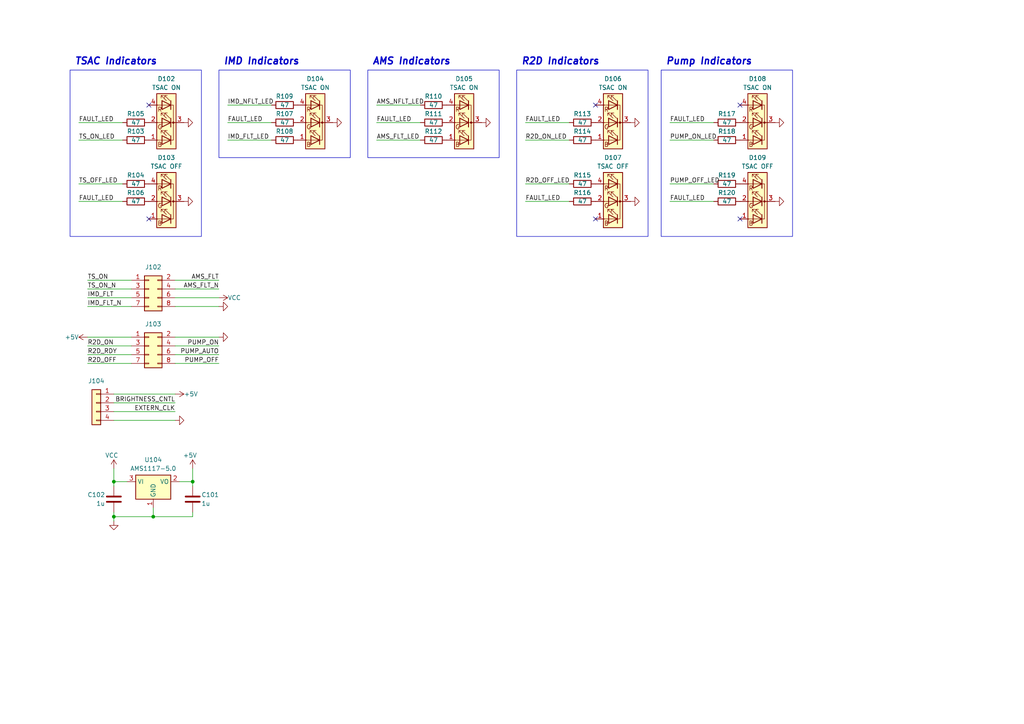
<source format=kicad_sch>
(kicad_sch (version 20230121) (generator eeschema)
  (paper "A4")
  (lib_symbols
    (symbol "74xGxx:74AUC2G08"
      (property "Reference" "U" (at -2.54 3.81 0))
      (property "Value" "74AUC2G08" (at 0 -3.81 0))
      (symbol "74AUC2G08_1_1"
        (arc (start 0 -5.08) (mid 5.0579 0) (end 0 5.08) (stroke (width 0.254)) (fill (type background)))
        (polyline (pts (xy 0 -5.08) (xy -7.62 -5.08) (xy -7.62 5.08) (xy 0 5.08)) (stroke (width 0.254)) (fill (type background)))
        (pin input line (at -15.24 2.54 0) (length 7.62) (name "~") (number "1"))
        (pin input line (at -15.24 -2.54 0) (length 7.62) (name "~") (number "2"))
        (pin output line (at 12.7 0 180) (length 7.62) (name "~") (number "7"))
      )
      (symbol "74AUC2G08_2_1"
        (arc (start 0 -5.08) (mid 5.0579 0) (end 0 5.08) (stroke (width 0.254)) (fill (type background)))
        (polyline (pts (xy 0 -5.08) (xy -7.62 -5.08) (xy -7.62 5.08) (xy 0 5.08)) (stroke (width 0.254)) (fill (type background)))
        (pin output line (at 12.7 0 180) (length 7.62) (name "~") (number "3"))
        (pin input line (at -15.24 2.54 0) (length 7.62) (name "~") (number "5"))
        (pin input line (at -15.24 -2.54 0) (length 7.62) (name "~") (number "6"))
      )
      (symbol "74AUC2G08_3_0"
        (rectangle (start -5.08 -5.08) (end 5.08 5.08) (stroke (width 0.254)) (fill (type background)))
      )
      (symbol "74AUC2G08_3_1"
        (pin power_in line (at 0 -10.16 90) (length 5.08) (name "GND") (number "4"))
        (pin power_in line (at 0 10.16 270) (length 5.08) (name "VCC") (number "8"))
      )
    )
    (symbol "74xx:74LS04"
      (property "Reference" "U" (at 0 1.27 0))
      (property "Value" "74LS04" (at 0 -1.27 0))
      (symbol "74LS04_1_0"
        (polyline (pts (xy -3.81 3.81) (xy -3.81 -3.81) (xy 3.81 0) (xy -3.81 3.81)) (stroke (width 0.254)) (fill (type background)))
        (pin input line (at -7.62 0 0) (length 3.81) (name "~") (number "1"))
        (pin output inverted (at 7.62 0 180) (length 3.81) (name "~") (number "2"))
      )
      (symbol "74LS04_2_0"
        (polyline (pts (xy -3.81 3.81) (xy -3.81 -3.81) (xy 3.81 0) (xy -3.81 3.81)) (stroke (width 0.254)) (fill (type background)))
        (pin input line (at -7.62 0 0) (length 3.81) (name "~") (number "3"))
        (pin output inverted (at 7.62 0 180) (length 3.81) (name "~") (number "4"))
      )
      (symbol "74LS04_3_0"
        (polyline (pts (xy -3.81 3.81) (xy -3.81 -3.81) (xy 3.81 0) (xy -3.81 3.81)) (stroke (width 0.254)) (fill (type background)))
        (pin input line (at -7.62 0 0) (length 3.81) (name "~") (number "5"))
        (pin output inverted (at 7.62 0 180) (length 3.81) (name "~") (number "6"))
      )
      (symbol "74LS04_4_0"
        (polyline (pts (xy -3.81 3.81) (xy -3.81 -3.81) (xy 3.81 0) (xy -3.81 3.81)) (stroke (width 0.254)) (fill (type background)))
        (pin output inverted (at 7.62 0 180) (length 3.81) (name "~") (number "8"))
        (pin input line (at -7.62 0 0) (length 3.81) (name "~") (number "9"))
      )
      (symbol "74LS04_5_0"
        (polyline (pts (xy -3.81 3.81) (xy -3.81 -3.81) (xy 3.81 0) (xy -3.81 3.81)) (stroke (width 0.254)) (fill (type background)))
        (pin output inverted (at 7.62 0 180) (length 3.81) (name "~") (number "10"))
        (pin input line (at -7.62 0 0) (length 3.81) (name "~") (number "11"))
      )
      (symbol "74LS04_6_0"
        (polyline (pts (xy -3.81 3.81) (xy -3.81 -3.81) (xy 3.81 0) (xy -3.81 3.81)) (stroke (width 0.254)) (fill (type background)))
        (pin output inverted (at 7.62 0 180) (length 3.81) (name "~") (number "12"))
        (pin input line (at -7.62 0 0) (length 3.81) (name "~") (number "13"))
      )
      (symbol "74LS04_7_0"
        (pin power_in line (at 0 12.7 270) (length 5.08) (name "VCC") (number "14"))
        (pin power_in line (at 0 -12.7 90) (length 5.08) (name "GND") (number "7"))
      )
      (symbol "74LS04_7_1"
        (rectangle (start -5.08 7.62) (end 5.08 -7.62) (stroke (width 0.254)) (fill (type background)))
      )
    )
    (symbol "74xx:74LS136" (pin_names (offset 1.016))
      (property "Reference" "U" (at 0 1.27 0))
      (property "Value" "74LS136" (at 0 -1.27 0))
      (symbol "74LS136_1_0"
        (arc (start -4.4196 -3.81) (mid -3.2033 0) (end -4.4196 3.81) (stroke (width 0.254)))
        (arc (start -3.81 -3.81) (mid -2.589 0) (end -3.81 3.81) (stroke (width 0.254)))
        (arc (start -0.6096 -3.81) (mid 2.1842 -2.5851) (end 3.81 0) (stroke (width 0.254)) (fill (type background)))
        (polyline (pts (xy -3.81 -3.81) (xy -0.635 -3.81)) (stroke (width 0.254)) (fill (type background)))
        (polyline (pts (xy -3.81 3.81) (xy -0.635 3.81)) (stroke (width 0.254)) (fill (type background)))
        (polyline (pts (xy -0.635 3.81) (xy -3.81 3.81) (xy -3.81 3.81) (xy -3.556 3.4036) (xy -3.0226 2.2606) (xy -2.6924 1.0414) (xy -2.6162 -0.254) (xy -2.7686 -1.4986) (xy -3.175 -2.7178) (xy -3.81 -3.81) (xy -3.81 -3.81) (xy -0.635 -3.81)) (stroke (width -25.4)) (fill (type background)))
        (arc (start 3.81 0) (mid 2.1915 2.5936) (end -0.6096 3.81) (stroke (width 0.254)) (fill (type background)))
        (pin input line (at -7.62 2.54 0) (length 4.445) (name "~") (number "1"))
        (pin input line (at -7.62 -2.54 0) (length 4.445) (name "~") (number "2"))
        (pin open_collector line (at 7.62 0 180) (length 3.81) (name "~") (number "3"))
      )
      (symbol "74LS136_1_1"
        (polyline (pts (xy -3.81 -2.54) (xy -3.175 -2.54)) (stroke (width 0.1524)))
        (polyline (pts (xy -3.81 2.54) (xy -3.175 2.54)) (stroke (width 0.1524)))
      )
      (symbol "74LS136_2_0"
        (arc (start -4.4196 -3.81) (mid -3.2033 0) (end -4.4196 3.81) (stroke (width 0.254)))
        (arc (start -3.81 -3.81) (mid -2.589 0) (end -3.81 3.81) (stroke (width 0.254)))
        (arc (start -0.6096 -3.81) (mid 2.1842 -2.5851) (end 3.81 0) (stroke (width 0.254)) (fill (type background)))
        (polyline (pts (xy -3.81 -3.81) (xy -0.635 -3.81)) (stroke (width 0.254)) (fill (type background)))
        (polyline (pts (xy -3.81 3.81) (xy -0.635 3.81)) (stroke (width 0.254)) (fill (type background)))
        (polyline (pts (xy -0.635 3.81) (xy -3.81 3.81) (xy -3.81 3.81) (xy -3.556 3.4036) (xy -3.0226 2.2606) (xy -2.6924 1.0414) (xy -2.6162 -0.254) (xy -2.7686 -1.4986) (xy -3.175 -2.7178) (xy -3.81 -3.81) (xy -3.81 -3.81) (xy -0.635 -3.81)) (stroke (width -25.4)) (fill (type background)))
        (arc (start 3.81 0) (mid 2.1915 2.5936) (end -0.6096 3.81) (stroke (width 0.254)) (fill (type background)))
        (pin input line (at -7.62 2.54 0) (length 4.445) (name "~") (number "4"))
        (pin input line (at -7.62 -2.54 0) (length 4.445) (name "~") (number "5"))
        (pin open_collector line (at 7.62 0 180) (length 3.81) (name "~") (number "6"))
      )
      (symbol "74LS136_2_1"
        (polyline (pts (xy -3.81 -2.54) (xy -3.175 -2.54)) (stroke (width 0.1524)))
        (polyline (pts (xy -3.81 2.54) (xy -3.175 2.54)) (stroke (width 0.1524)))
      )
      (symbol "74LS136_3_0"
        (arc (start -4.4196 -3.81) (mid -3.2033 0) (end -4.4196 3.81) (stroke (width 0.254)))
        (arc (start -3.81 -3.81) (mid -2.589 0) (end -3.81 3.81) (stroke (width 0.254)))
        (arc (start -0.6096 -3.81) (mid 2.1842 -2.5851) (end 3.81 0) (stroke (width 0.254)) (fill (type background)))
        (polyline (pts (xy -3.81 -3.81) (xy -0.635 -3.81)) (stroke (width 0.254)) (fill (type background)))
        (polyline (pts (xy -3.81 3.81) (xy -0.635 3.81)) (stroke (width 0.254)) (fill (type background)))
        (polyline (pts (xy -0.635 3.81) (xy -3.81 3.81) (xy -3.81 3.81) (xy -3.556 3.4036) (xy -3.0226 2.2606) (xy -2.6924 1.0414) (xy -2.6162 -0.254) (xy -2.7686 -1.4986) (xy -3.175 -2.7178) (xy -3.81 -3.81) (xy -3.81 -3.81) (xy -0.635 -3.81)) (stroke (width -25.4)) (fill (type background)))
        (arc (start 3.81 0) (mid 2.1915 2.5936) (end -0.6096 3.81) (stroke (width 0.254)) (fill (type background)))
        (pin input line (at -7.62 -2.54 0) (length 4.445) (name "~") (number "10"))
        (pin open_collector line (at 7.62 0 180) (length 3.81) (name "~") (number "8"))
        (pin input line (at -7.62 2.54 0) (length 4.445) (name "~") (number "9"))
      )
      (symbol "74LS136_3_1"
        (polyline (pts (xy -3.81 -2.54) (xy -3.175 -2.54)) (stroke (width 0.1524)))
        (polyline (pts (xy -3.81 2.54) (xy -3.175 2.54)) (stroke (width 0.1524)))
      )
      (symbol "74LS136_4_0"
        (arc (start -4.4196 -3.81) (mid -3.2033 0) (end -4.4196 3.81) (stroke (width 0.254)))
        (arc (start -3.81 -3.81) (mid -2.589 0) (end -3.81 3.81) (stroke (width 0.254)))
        (arc (start -0.6096 -3.81) (mid 2.1842 -2.5851) (end 3.81 0) (stroke (width 0.254)) (fill (type background)))
        (polyline (pts (xy -3.81 -3.81) (xy -0.635 -3.81)) (stroke (width 0.254)) (fill (type background)))
        (polyline (pts (xy -3.81 3.81) (xy -0.635 3.81)) (stroke (width 0.254)) (fill (type background)))
        (polyline (pts (xy -0.635 3.81) (xy -3.81 3.81) (xy -3.81 3.81) (xy -3.556 3.4036) (xy -3.0226 2.2606) (xy -2.6924 1.0414) (xy -2.6162 -0.254) (xy -2.7686 -1.4986) (xy -3.175 -2.7178) (xy -3.81 -3.81) (xy -3.81 -3.81) (xy -0.635 -3.81)) (stroke (width -25.4)) (fill (type background)))
        (arc (start 3.81 0) (mid 2.1915 2.5936) (end -0.6096 3.81) (stroke (width 0.254)) (fill (type background)))
        (pin open_collector line (at 7.62 0 180) (length 3.81) (name "~") (number "11"))
        (pin input line (at -7.62 2.54 0) (length 4.445) (name "~") (number "12"))
        (pin input line (at -7.62 -2.54 0) (length 4.445) (name "~") (number "13"))
      )
      (symbol "74LS136_4_1"
        (polyline (pts (xy -3.81 -2.54) (xy -3.175 -2.54)) (stroke (width 0.1524)))
        (polyline (pts (xy -3.81 2.54) (xy -3.175 2.54)) (stroke (width 0.1524)))
      )
      (symbol "74LS136_5_0"
        (pin power_in line (at 0 12.7 270) (length 5.08) (name "VCC") (number "14"))
        (pin power_in line (at 0 -12.7 90) (length 5.08) (name "GND") (number "7"))
      )
      (symbol "74LS136_5_1"
        (rectangle (start -5.08 7.62) (end 5.08 -7.62) (stroke (width 0.254)) (fill (type background)))
      )
    )
    (symbol "Connector_Generic:Conn_01x04" (pin_names (offset 1.016) hide)
      (property "Reference" "J" (at 0 5.08 0))
      (property "Value" "Conn_01x04" (at 0 -7.62 0))
      (symbol "Conn_01x04_1_1"
        (rectangle (start -1.27 -4.953) (end 0 -5.207) (stroke (width 0.1524)))
        (rectangle (start -1.27 -2.413) (end 0 -2.667) (stroke (width 0.1524)))
        (rectangle (start -1.27 0.127) (end 0 -0.127) (stroke (width 0.1524)))
        (rectangle (start -1.27 2.667) (end 0 2.413) (stroke (width 0.1524)))
        (rectangle (start -1.27 3.81) (end 1.27 -6.35) (stroke (width 0.254)) (fill (type background)))
        (pin passive line (at -5.08 2.54 0) (length 3.81) (name "Pin_1") (number "1"))
        (pin passive line (at -5.08 0 0) (length 3.81) (name "Pin_2") (number "2"))
        (pin passive line (at -5.08 -2.54 0) (length 3.81) (name "Pin_3") (number "3"))
        (pin passive line (at -5.08 -5.08 0) (length 3.81) (name "Pin_4") (number "4"))
      )
    )
    (symbol "Connector_Generic:Conn_02x04_Odd_Even" (pin_names (offset 1.016) hide)
      (property "Reference" "J" (at 1.27 5.08 0))
      (property "Value" "Conn_02x04_Odd_Even" (at 1.27 -7.62 0))
      (symbol "Conn_02x04_Odd_Even_1_1"
        (rectangle (start -1.27 -4.953) (end 0 -5.207) (stroke (width 0.1524)))
        (rectangle (start -1.27 -2.413) (end 0 -2.667) (stroke (width 0.1524)))
        (rectangle (start -1.27 0.127) (end 0 -0.127) (stroke (width 0.1524)))
        (rectangle (start -1.27 2.667) (end 0 2.413) (stroke (width 0.1524)))
        (rectangle (start -1.27 3.81) (end 3.81 -6.35) (stroke (width 0.254)) (fill (type background)))
        (rectangle (start 3.81 -4.953) (end 2.54 -5.207) (stroke (width 0.1524)))
        (rectangle (start 3.81 -2.413) (end 2.54 -2.667) (stroke (width 0.1524)))
        (rectangle (start 3.81 0.127) (end 2.54 -0.127) (stroke (width 0.1524)))
        (rectangle (start 3.81 2.667) (end 2.54 2.413) (stroke (width 0.1524)))
        (pin passive line (at -5.08 2.54 0) (length 3.81) (name "Pin_1") (number "1"))
        (pin passive line (at 7.62 2.54 180) (length 3.81) (name "Pin_2") (number "2"))
        (pin passive line (at -5.08 0 0) (length 3.81) (name "Pin_3") (number "3"))
        (pin passive line (at 7.62 0 180) (length 3.81) (name "Pin_4") (number "4"))
        (pin passive line (at -5.08 -2.54 0) (length 3.81) (name "Pin_5") (number "5"))
        (pin passive line (at 7.62 -2.54 180) (length 3.81) (name "Pin_6") (number "6"))
        (pin passive line (at -5.08 -5.08 0) (length 3.81) (name "Pin_7") (number "7"))
        (pin passive line (at 7.62 -5.08 180) (length 3.81) (name "Pin_8") (number "8"))
      )
    )
    (symbol "Device:C" (pin_numbers hide) (pin_names (offset 0.254))
      (property "Reference" "C" (at 0.635 2.54 0))
      (property "Value" "C" (at 0.635 -2.54 0))
      (symbol "C_0_1"
        (polyline (pts (xy -2.032 -0.762) (xy 2.032 -0.762)) (stroke (width 0.508)))
        (polyline (pts (xy -2.032 0.762) (xy 2.032 0.762)) (stroke (width 0.508)))
      )
      (symbol "C_1_1"
        (pin passive line (at 0 3.81 270) (length 2.794) (name "~") (number "1"))
        (pin passive line (at 0 -3.81 90) (length 2.794) (name "~") (number "2"))
      )
    )
    (symbol "Device:LED_BGKR" (pin_names (offset 0) hide)
      (property "Reference" "D" (at 0 9.398 0))
      (property "Value" "LED_BGKR" (at 0 -8.89 0))
      (symbol "LED_BGKR_0_0"
        (text "B" (at 1.905 -6.35 0) (effects (font (size 1.27 1.27))))
        (text "G" (at 1.905 -1.27 0) (effects (font (size 1.27 1.27))))
        (text "R" (at 1.905 3.81 0) (effects (font (size 1.27 1.27))))
      )
      (symbol "LED_BGKR_0_1"
        (circle (center -2.032 0) (radius 0.254) (fill (type outline)))
        (polyline (pts (xy -1.27 -5.08) (xy 1.27 -5.08)))
        (polyline (pts (xy -1.27 -3.81) (xy -1.27 -6.35)) (stroke (width 0.254)))
        (polyline (pts (xy -1.27 0) (xy -2.54 0)))
        (polyline (pts (xy -1.27 1.27) (xy -1.27 -1.27)) (stroke (width 0.254)))
        (polyline (pts (xy -1.27 5.08) (xy 1.27 5.08)))
        (polyline (pts (xy -1.27 6.35) (xy -1.27 3.81)) (stroke (width 0.254)))
        (polyline (pts (xy 1.27 -5.08) (xy 2.54 -5.08)))
        (polyline (pts (xy 1.27 0) (xy -1.27 0)))
        (polyline (pts (xy 1.27 0) (xy 2.54 0)))
        (polyline (pts (xy 1.27 5.08) (xy 2.54 5.08)))
        (polyline (pts (xy -1.27 1.27) (xy -1.27 -1.27) (xy -1.27 -1.27)))
        (polyline (pts (xy -1.27 6.35) (xy -1.27 3.81) (xy -1.27 3.81)))
        (polyline (pts (xy -1.27 5.08) (xy -2.032 5.08) (xy -2.032 -5.08) (xy -1.016 -5.08)))
        (polyline (pts (xy 1.27 -3.81) (xy 1.27 -6.35) (xy -1.27 -5.08) (xy 1.27 -3.81)) (stroke (width 0.254)))
        (polyline (pts (xy 1.27 1.27) (xy 1.27 -1.27) (xy -1.27 0) (xy 1.27 1.27)) (stroke (width 0.254)))
        (polyline (pts (xy 1.27 6.35) (xy 1.27 3.81) (xy -1.27 5.08) (xy 1.27 6.35)) (stroke (width 0.254)))
        (polyline (pts (xy -1.016 -3.81) (xy 0.508 -2.286) (xy -0.254 -2.286) (xy 0.508 -2.286) (xy 0.508 -3.048)))
        (polyline (pts (xy -1.016 1.27) (xy 0.508 2.794) (xy -0.254 2.794) (xy 0.508 2.794) (xy 0.508 2.032)))
        (polyline (pts (xy -1.016 6.35) (xy 0.508 7.874) (xy -0.254 7.874) (xy 0.508 7.874) (xy 0.508 7.112)))
        (polyline (pts (xy 0 -3.81) (xy 1.524 -2.286) (xy 0.762 -2.286) (xy 1.524 -2.286) (xy 1.524 -3.048)))
        (polyline (pts (xy 0 1.27) (xy 1.524 2.794) (xy 0.762 2.794) (xy 1.524 2.794) (xy 1.524 2.032)))
        (polyline (pts (xy 0 6.35) (xy 1.524 7.874) (xy 0.762 7.874) (xy 1.524 7.874) (xy 1.524 7.112)))
        (rectangle (start 1.27 -1.27) (end 1.27 1.27))
        (rectangle (start 1.27 1.27) (end 1.27 1.27))
        (rectangle (start 1.27 3.81) (end 1.27 6.35))
        (rectangle (start 1.27 6.35) (end 1.27 6.35))
        (rectangle (start 2.794 8.382) (end -2.794 -7.62) (stroke (width 0.254)) (fill (type background)))
      )
      (symbol "LED_BGKR_1_1"
        (pin passive line (at 5.08 -5.08 180) (length 2.54) (name "BA") (number "1"))
        (pin passive line (at 5.08 0 180) (length 2.54) (name "GA") (number "2"))
        (pin passive line (at -5.08 0 0) (length 2.54) (name "K") (number "3"))
        (pin passive line (at 5.08 5.08 180) (length 2.54) (name "RA") (number "4"))
      )
    )
    (symbol "Device:R" (pin_numbers hide) (pin_names (offset 0))
      (property "Reference" "R" (at 2.032 0 90))
      (property "Value" "R" (at 0 0 90))
      (symbol "R_0_1"
        (rectangle (start -1.016 -2.54) (end 1.016 2.54) (stroke (width 0.254)))
      )
      (symbol "R_1_1"
        (pin passive line (at 0 3.81 270) (length 1.27) (name "~") (number "1"))
        (pin passive line (at 0 -3.81 90) (length 1.27) (name "~") (number "2"))
      )
    )
    (symbol "Regulator_Linear:AMS1117-5.0"
      (property "Reference" "U" (at -3.81 3.175 0))
      (property "Value" "AMS1117-5.0" (at 0 3.175 0))
      (symbol "AMS1117-5.0_0_1"
        (rectangle (start -5.08 -5.08) (end 5.08 1.905) (stroke (width 0.254)) (fill (type background)))
      )
      (symbol "AMS1117-5.0_1_1"
        (pin power_in line (at 0 -7.62 90) (length 2.54) (name "GND") (number "1"))
        (pin power_out line (at 7.62 0 180) (length 2.54) (name "VO") (number "2"))
        (pin power_in line (at -7.62 0 0) (length 2.54) (name "VI") (number "3"))
      )
    )
    (symbol "power:+5V" (power) (pin_names (offset 0))
      (property "Value" "+5V" (at 0 3.556 0))
      (symbol "+5V_0_1"
        (polyline (pts (xy -0.762 1.27) (xy 0 2.54)))
        (polyline (pts (xy 0 0) (xy 0 2.54)))
        (polyline (pts (xy 0 2.54) (xy 0.762 1.27)))
      )
      (symbol "+5V_1_1"
        (pin power_in line (at 0 0 90) (length 0) hide (name "+5V") (number "1"))
      )
    )
    (symbol "power:GND" (power) (pin_names (offset 0))
      (property "Value" "GND" (at 0 -3.81 0))
      (symbol "GND_0_1"
        (polyline (pts (xy 0 0) (xy 0 -1.27) (xy 1.27 -1.27) (xy 0 -2.54) (xy -1.27 -1.27) (xy 0 -1.27)))
      )
      (symbol "GND_1_1"
        (pin power_in line (at 0 0 270) (length 0) hide (name "GND") (number "1"))
      )
    )
    (symbol "power:VCC" (power) (pin_names (offset 0))
      (property "Value" "VCC" (at 0 3.81 0))
      (symbol "VCC_0_1"
        (polyline (pts (xy -0.762 1.27) (xy 0 2.54)))
        (polyline (pts (xy 0 0) (xy 0 2.54)))
        (polyline (pts (xy 0 2.54) (xy 0.762 1.27)))
      )
      (symbol "VCC_1_1"
        (pin power_in line (at 0 0 90) (length 0) hide (name "VCC") (number "1"))
      )
    )
  )
  (junction (at 33.02 139.7))
  (junction (at 44.45 149.86))
  (junction (at -60.96 118.11))
  (junction (at 33.02 149.86))
  (junction (at 55.88 139.7))
  (junction (at -80.01 120.65))
  (no_connect (at 214.63 30.48))
  (no_connect (at 214.63 63.5))
  (no_connect (at 43.18 30.48))
  (no_connect (at 172.72 63.5))
  (no_connect (at 43.18 63.5))
  (no_connect (at 172.72 30.48))
  (wire (pts (xy 25.4 102.87) (xy 38.1 102.87)))
  (wire (pts (xy 152.4 40.64) (xy 165.1 40.64)))
  (wire (pts (xy 50.8 102.87) (xy 63.5 102.87)))
  (wire (pts (xy 33.02 149.86) (xy 33.02 151.13)))
  (wire (pts (xy 33.02 119.38) (xy 50.8 119.38)))
  (wire (pts (xy 63.5 100.33) (xy 50.8 100.33)))
  (wire (pts (xy 25.4 81.28) (xy 38.1 81.28)))
  (wire (pts (xy -60.96 118.11) (xy -60.96 111.76)))
  (wire (pts (xy 33.02 149.86) (xy 44.45 149.86)))
  (wire (pts (xy 33.02 149.86) (xy 33.02 148.59)))
  (wire (pts (xy 152.4 58.42) (xy 165.1 58.42)))
  (wire (pts (xy 33.02 139.7) (xy 36.83 139.7)))
  (wire (pts (xy 152.4 53.34) (xy 165.1 53.34)))
  (wire (pts (xy 66.04 30.48) (xy 78.74 30.48)))
  (wire (pts (xy -57.15 129.54) (xy -80.01 129.54)))
  (wire (pts (xy -38.1 111.76) (xy -26.67 111.76)))
  (wire (pts (xy 152.4 35.56) (xy 165.1 35.56)))
  (wire (pts (xy 63.5 81.28) (xy 50.8 81.28)))
  (wire (pts (xy 22.86 35.56) (xy 35.56 35.56)))
  (wire (pts (xy -88.9 120.65) (xy -80.01 120.65)))
  (wire (pts (xy 22.86 40.64) (xy 35.56 40.64)))
  (wire (pts (xy 33.02 140.97) (xy 33.02 139.7)))
  (wire (pts (xy 55.88 140.97) (xy 55.88 139.7)))
  (wire (pts (xy 109.22 30.48) (xy 121.92 30.48)))
  (wire (pts (xy 52.07 139.7) (xy 55.88 139.7)))
  (wire (pts (xy 50.8 88.9) (xy 63.5 88.9)))
  (wire (pts (xy -60.96 124.46) (xy -57.15 124.46)))
  (wire (pts (xy 25.4 97.79) (xy 38.1 97.79)))
  (wire (pts (xy 22.86 58.42) (xy 35.56 58.42)))
  (wire (pts (xy -60.96 111.76) (xy -53.34 111.76)))
  (wire (pts (xy 44.45 147.32) (xy 44.45 149.86)))
  (wire (pts (xy 55.88 135.89) (xy 55.88 139.7)))
  (wire (pts (xy 50.8 105.41) (xy 63.5 105.41)))
  (wire (pts (xy 55.88 149.86) (xy 55.88 148.59)))
  (wire (pts (xy 25.4 88.9) (xy 38.1 88.9)))
  (wire (pts (xy 25.4 83.82) (xy 38.1 83.82)))
  (wire (pts (xy 194.31 58.42) (xy 207.01 58.42)))
  (wire (pts (xy 25.4 86.36) (xy 38.1 86.36)))
  (wire (pts (xy 194.31 35.56) (xy 207.01 35.56)))
  (wire (pts (xy 44.45 149.86) (xy 55.88 149.86)))
  (wire (pts (xy -80.01 129.54) (xy -80.01 120.65)))
  (wire (pts (xy -62.23 118.11) (xy -60.96 118.11)))
  (wire (pts (xy 63.5 83.82) (xy 50.8 83.82)))
  (wire (pts (xy 194.31 40.64) (xy 207.01 40.64)))
  (wire (pts (xy 109.22 35.56) (xy 121.92 35.56)))
  (wire (pts (xy -60.96 118.11) (xy -60.96 124.46)))
  (wire (pts (xy -80.01 120.65) (xy -77.47 120.65)))
  (wire (pts (xy 25.4 105.41) (xy 38.1 105.41)))
  (wire (pts (xy 194.31 53.34) (xy 207.01 53.34)))
  (wire (pts (xy 50.8 114.3) (xy 33.02 114.3)))
  (wire (pts (xy 66.04 35.56) (xy 78.74 35.56)))
  (wire (pts (xy 25.4 100.33) (xy 38.1 100.33)))
  (wire (pts (xy 66.04 40.64) (xy 78.74 40.64)))
  (wire (pts (xy 109.22 40.64) (xy 121.92 40.64)))
  (wire (pts (xy 50.8 86.36) (xy 63.5 86.36)))
  (wire (pts (xy 63.5 97.79) (xy 50.8 97.79)))
  (wire (pts (xy 22.86 53.34) (xy 35.56 53.34)))
  (wire (pts (xy 33.02 121.92) (xy 50.8 121.92)))
  (wire (pts (xy 33.02 135.89) (xy 33.02 139.7)))
  (wire (pts (xy 33.02 116.84) (xy 50.8 116.84)))
  (wire (pts (xy -88.9 115.57) (xy -77.47 115.57)))
  (rectangle (start 191.77 20.32) (end 229.87 68.58))
  (rectangle (start 106.68 20.32) (end 144.78 45.72))
  (rectangle (start 63.5 20.32) (end 101.6 45.72))
  (rectangle (start 20.32 20.32) (end 58.42 68.58))
  (rectangle (start 149.86 20.32) (end 187.96 68.58))
  (text "AMS Indicators" (at 107.95 19.05 0) (effects (font (size 2 2) (thickness 0.4) bold italic) (justify left bottom)))
  (text "R2D Indicators" (at 151.13 19.05 0) (effects (font (size 2 2) (thickness 0.4) bold italic) (justify left bottom)))
  (text "Pump Indicators" (at 193.04 19.05 0) (effects (font (size 2 2) (thickness 0.4) bold italic) (justify left bottom)))
  (text "IMD Indicators" (at 64.77 19.05 0) (effects (font (size 2 2) (thickness 0.4) bold italic) (justify left bottom)))
  (text "TSAC Indicators" (at 21.59 19.05 0) (effects (font (size 2 2) (thickness 0.4) bold italic) (justify left bottom)))
  (label "TS_ON_N" (at 25.4 83.82 0))
  (label "AMS_FLT" (at 63.5 81.28 180))
  (label "FAULT_LED" (at 194.31 35.56 0))
  (label "FAULT_LED" (at 22.86 35.56 0))
  (label "FAULT_LED" (at 109.22 35.56 0))
  (label "AMS_FLT_N" (at 63.5 83.82 180))
  (label "EXTERN_CLK" (at 50.8 119.38 180))
  (label "R2D_OFF_LED" (at 152.4 53.34 0))
  (label "IMD_FLT_LED" (at 66.04 40.64 0))
  (label "R2D_ON_LED" (at 152.4 40.64 0))
  (label "FAULT_LED" (at 152.4 58.42 0))
  (label "PUMP_ON_LED" (at 194.31 40.64 0))
  (label "FAULT_LED" (at 22.86 58.42 0))
  (label "FAULT_LED" (at 152.4 35.56 0))
  (label "IMD_FLT_N" (at 25.4 88.9 0))
  (label "PUMP_OFF" (at 63.5 105.41 180))
  (label "PUMP_OFF_LED" (at 194.31 53.34 0))
  (label "PUMP_AUTO" (at 63.5 102.87 180))
  (label "R2D_OFF" (at 25.4 105.41 0))
  (label "IMD_FLT" (at 25.4 86.36 0))
  (label "R2D_ON" (at 25.4 100.33 0))
  (label "AMS_FLT_LED" (at 109.22 40.64 0))
  (label "R2D_RDY" (at 25.4 102.87 0))
  (label "BRIGHTNESS_CNTL" (at 50.8 116.84 180))
  (label "TS_ON" (at 25.4 81.28 0))
  (label "TS_OFF_LED" (at 22.86 53.34 0))
  (label "AMS_NFLT_LED" (at 109.22 30.48 0))
  (label "PUMP_ON" (at 63.5 100.33 180))
  (label "TS_ON_LED" (at 22.86 40.64 0))
  (label "FAULT_LED" (at 66.04 35.56 0))
  (label "IMD_NFLT_LED" (at 66.04 30.48 0))
  (label "FAULT_LED" (at 194.31 58.42 0))
  (symbol (lib_id "Device:LED_BGKR") (at 48.26 58.42 0) (mirror y) (unit 1)
    (property "Reference" "D103" (at 48.26 45.72 0))
    (property "Value" "TSAC OFF" (at 48.26 48.26 0))
  )
  (symbol (lib_id "Device:LED_BGKR") (at 134.62 35.56 0) (mirror y) (unit 1)
    (property "Reference" "D105" (at 134.62 22.86 0))
    (property "Value" "TSAC ON" (at 134.62 25.4 0))
  )
  (symbol (lib_id "Device:LED_BGKR") (at 219.71 58.42 0) (mirror y) (unit 1)
    (property "Reference" "D109" (at 219.71 45.72 0))
    (property "Value" "TSAC OFF" (at 219.71 48.26 0))
  )
  (symbol (lib_id "Device:LED_BGKR") (at 177.8 58.42 0) (mirror y) (unit 1)
    (property "Reference" "D107" (at 177.8 45.72 0))
    (property "Value" "TSAC OFF" (at 177.8 48.26 0))
  )
  (symbol (lib_id "Device:LED_BGKR") (at 48.26 35.56 0) (mirror y) (unit 1)
    (property "Reference" "D102" (at 48.26 22.86 0))
    (property "Value" "TSAC ON" (at 48.26 25.4 0))
  )
  (symbol (lib_id "Device:R") (at 168.91 53.34 90) (unit 1)
    (property "Reference" "R115" (at 168.91 50.8 90))
    (property "Value" "47" (at 168.91 53.34 90))
  )
  (symbol (lib_id "power:GND") (at 139.7 35.56 90) (unit 1)
    (property "Reference" "#PWR0106" (effects hide))
    (property "Value" "GND" (effects hide))
  )
  (symbol (lib_id "power:+5V") (at 25.4 97.79 90) (mirror x) (unit 1)
    (property "Reference" "#PWR0111" (effects hide))
    (property "Value" "+5V" (at 22.86 97.79 90) (effects (justify left)))
  )
  (symbol (lib_id "Device:R") (at 125.73 40.64 90) (unit 1)
    (property "Reference" "R112" (at 125.73 38.1 90))
    (property "Value" "47" (at 125.73 40.64 90))
  )
  (symbol (lib_id "Device:R") (at 82.55 35.56 90) (unit 1)
    (property "Reference" "R107" (at 82.55 33.02 90))
    (property "Value" "47" (at 82.55 35.56 90))
  )
  (symbol (lib_id "Connector_Generic:Conn_01x04") (at 27.94 116.84 0) (mirror y) (unit 1)
    (property "Reference" "J104" (at 27.94 110.49 0))
    (property "Value" "Conn_01x04" (effects hide))
  )
  (symbol (lib_id "Device:R") (at 210.82 40.64 90) (unit 1)
    (property "Reference" "R118" (at 210.82 38.1 90))
    (property "Value" "47" (at 210.82 40.64 90))
  )
  (symbol (lib_id "Regulator_Linear:AMS1117-5.0") (at 44.45 139.7 0) (unit 1)
    (property "Reference" "U104" (at 44.45 133.35 0))
    (property "Value" "AMS1117-5.0" (at 44.45 135.89 0))
    (property "Footprint" "Package_TO_SOT_SMD:SOT-223-3_TabPin2" (effects hide))
    (property "Datasheet" "http://www.advanced-monolithic.com/pdf/ds1117.pdf" (effects hide))
  )
  (symbol (lib_id "power:GND") (at 53.34 35.56 90) (unit 1)
    (property "Reference" "#PWR0103" (effects hide))
    (property "Value" "GND" (effects hide))
  )
  (symbol (lib_id "power:GND") (at 53.34 58.42 90) (unit 1)
    (property "Reference" "#PWR0104" (effects hide))
    (property "Value" "GND" (effects hide))
  )
  (symbol (lib_id "power:GND") (at 63.5 88.9 90) (unit 1)
    (property "Reference" "#PWR0109" (effects hide))
    (property "Value" "GND" (effects hide))
  )
  (symbol (lib_id "power:VCC") (at 33.02 135.89 0) (unit 1)
    (property "Reference" "#PWR0118" (effects hide))
    (property "Value" "VCC" (at 30.48 132.08 0) (effects (justify left)))
  )
  (symbol (lib_id "Device:R") (at 39.37 35.56 90) (unit 1)
    (property "Reference" "R105" (at 39.37 33.02 90))
    (property "Value" "47" (at 39.37 35.56 90))
  )
  (symbol (lib_id "74xGxx:74AUC2G08") (at -41.91 127 0) (unit 1)
    (property "Reference" "U103" (at -43.18 118.11 0))
    (property "Value" "74AUC2G08" (at -43.18 120.65 0))
    (property "Datasheet" "http://www.ti.com/lit/sg/scyt129e/scyt129e.pdf" (effects hide))
  )
  (symbol (lib_id "Device:R") (at 39.37 58.42 90) (unit 1)
    (property "Reference" "R106" (at 39.37 55.88 90))
    (property "Value" "47" (at 39.37 58.42 90))
  )
  (symbol (lib_id "Device:R") (at 210.82 53.34 90) (unit 1)
    (property "Reference" "R119" (at 210.82 50.8 90))
    (property "Value" "47" (at 210.82 53.34 90))
  )
  (symbol (lib_id "Device:LED_BGKR") (at 177.8 35.56 0) (mirror y) (unit 1)
    (property "Reference" "D106" (at 177.8 22.86 0))
    (property "Value" "TSAC ON" (at 177.8 25.4 0))
  )
  (symbol (lib_id "Device:R") (at 82.55 40.64 90) (unit 1)
    (property "Reference" "R108" (at 82.55 38.1 90))
    (property "Value" "47" (at 82.55 40.64 90))
  )
  (symbol (lib_id "power:GND") (at 50.8 121.92 90) (unit 1)
    (property "Reference" "#PWR0116" (effects hide))
    (property "Value" "GND" (effects hide))
  )
  (symbol (lib_id "Device:C") (at 33.02 144.78 0) (mirror y) (unit 1)
    (property "Reference" "C102" (at 30.48 143.51 0) (effects (justify left)))
    (property "Value" "1u" (at 30.48 146.05 0) (effects (justify left)))
  )
  (symbol (lib_id "Device:R") (at 125.73 30.48 90) (unit 1)
    (property "Reference" "R110" (at 125.73 27.94 90))
    (property "Value" "47" (at 125.73 30.48 90))
  )
  (symbol (lib_id "Connector_Generic:Conn_02x04_Odd_Even") (at 43.18 100.33 0) (unit 1)
    (property "Reference" "J103" (at 44.45 93.98 0))
    (property "Value" "Conn_02x04_Odd_Even" (effects hide))
  )
  (symbol (lib_id "Device:LED_BGKR") (at 219.71 35.56 0) (mirror y) (unit 1)
    (property "Reference" "D108" (at 219.71 22.86 0))
    (property "Value" "TSAC ON" (at 219.71 25.4 0))
  )
  (symbol (lib_id "power:GND") (at 96.52 35.56 90) (unit 1)
    (property "Reference" "#PWR0105" (effects hide))
    (property "Value" "GND" (effects hide))
  )
  (symbol (lib_id "power:+5V") (at 50.8 114.3 270) (unit 1)
    (property "Reference" "#PWR0115" (effects hide))
    (property "Value" "+5V" (at 53.34 114.3 90) (effects (justify left)))
  )
  (symbol (lib_id "power:GND") (at 224.79 58.42 90) (unit 1)
    (property "Reference" "#PWR0114" (effects hide))
    (property "Value" "GND" (effects hide))
  )
  (symbol (lib_id "Device:R") (at 210.82 35.56 90) (unit 1)
    (property "Reference" "R117" (at 210.82 33.02 90))
    (property "Value" "47" (at 210.82 35.56 90))
  )
  (symbol (lib_id "power:VCC") (at 63.5 86.36 270) (unit 1)
    (property "Reference" "#PWR0110" (effects hide))
    (property "Value" "VCC" (at 66.04 86.36 90) (effects (justify left)))
  )
  (symbol (lib_id "74xx:74LS04") (at -45.72 111.76 0) (unit 1)
    (property "Reference" "U102" (at -45.72 104.14 0))
    (property "Value" "74LS04" (at -45.72 106.68 0))
    (property "Datasheet" "http://www.ti.com/lit/gpn/sn74LS04" (effects hide))
  )
  (symbol (lib_id "power:GND") (at 182.88 58.42 90) (unit 1)
    (property "Reference" "#PWR0108" (effects hide))
    (property "Value" "GND" (effects hide))
  )
  (symbol (lib_id "Device:LED_BGKR") (at 91.44 35.56 0) (mirror y) (unit 1)
    (property "Reference" "D104" (at 91.44 22.86 0))
    (property "Value" "TSAC ON" (at 91.44 25.4 0))
  )
  (symbol (lib_id "Device:C") (at 55.88 144.78 0) (unit 1)
    (property "Reference" "C101" (at 58.42 143.51 0) (effects (justify left)))
    (property "Value" "1u" (at 58.42 146.05 0) (effects (justify left)))
  )
  (symbol (lib_id "Connector_Generic:Conn_02x04_Odd_Even") (at 43.18 83.82 0) (unit 1)
    (property "Reference" "J102" (at 44.45 77.47 0))
    (property "Value" "Conn_02x04_Odd_Even" (effects hide))
  )
  (symbol (lib_id "Device:R") (at 168.91 58.42 90) (unit 1)
    (property "Reference" "R116" (at 168.91 55.88 90))
    (property "Value" "47" (at 168.91 58.42 90))
  )
  (symbol (lib_id "Device:R") (at 39.37 53.34 90) (unit 1)
    (property "Reference" "R104" (at 39.37 50.8 90))
    (property "Value" "47" (at 39.37 53.34 90))
  )
  (symbol (lib_id "Device:R") (at 82.55 30.48 90) (unit 1)
    (property "Reference" "R109" (at 82.55 27.94 90))
    (property "Value" "47" (at 82.55 30.48 90))
  )
  (symbol (lib_id "Device:R") (at 125.73 35.56 90) (unit 1)
    (property "Reference" "R111" (at 125.73 33.02 90))
    (property "Value" "47" (at 125.73 35.56 90))
  )
  (symbol (lib_id "power:GND") (at 33.02 151.13 0) (unit 1)
    (property "Reference" "#PWR0117" (effects hide))
    (property "Value" "GND" (effects hide))
  )
  (symbol (lib_id "Device:R") (at 210.82 58.42 90) (unit 1)
    (property "Reference" "R120" (at 210.82 55.88 90))
    (property "Value" "47" (at 210.82 58.42 90))
  )
  (symbol (lib_id "power:GND") (at 182.88 35.56 90) (unit 1)
    (property "Reference" "#PWR0107" (effects hide))
    (property "Value" "GND" (effects hide))
  )
  (symbol (lib_id "74xx:74LS136") (at -69.85 118.11 0) (unit 1)
    (property "Reference" "U101" (at -70.1548 109.22 0))
    (property "Value" "74LS136" (at -70.1548 111.76 0))
    (property "Datasheet" "http://www.ti.com/lit/ds/symlink/sn54ls136.pdf" (effects hide))
  )
  (symbol (lib_id "Device:R") (at 168.91 40.64 90) (unit 1)
    (property "Reference" "R114" (at 168.91 38.1 90))
    (property "Value" "47" (at 168.91 40.64 90))
  )
  (symbol (lib_id "power:GND") (at 224.79 35.56 90) (unit 1)
    (property "Reference" "#PWR0113" (effects hide))
    (property "Value" "GND" (effects hide))
  )
  (symbol (lib_id "power:+5V") (at 55.88 135.89 0) (mirror y) (unit 1)
    (property "Reference" "#PWR0119" (effects hide))
    (property "Value" "+5V" (at 57.15 132.08 0) (effects (justify left)))
  )
  (symbol (lib_id "Device:R") (at 168.91 35.56 90) (unit 1)
    (property "Reference" "R113" (at 168.91 33.02 90))
    (property "Value" "47" (at 168.91 35.56 90))
  )
  (symbol (lib_id "power:GND") (at 63.5 97.79 90) (unit 1)
    (property "Reference" "#PWR0112" (effects hide))
    (property "Value" "GND" (effects hide))
  )
  (symbol (lib_id "Device:R") (at 39.37 40.64 90) (unit 1)
    (property "Reference" "R103" (at 39.37 38.1 90))
    (property "Value" "47" (at 39.37 40.64 90))
  )
)
</source>
